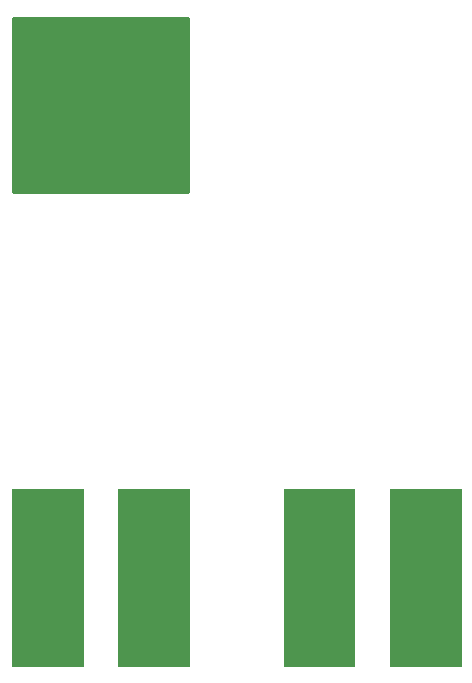
<source format=gbr>
%TF.GenerationSoftware,KiCad,Pcbnew,(5.1.9)-1*%
%TF.CreationDate,2021-08-08T09:56:34+02:00*%
%TF.ProjectId,PCB_Color_Palette,5043425f-436f-46c6-9f72-5f50616c6574,rev?*%
%TF.SameCoordinates,Original*%
%TF.FileFunction,Soldermask,Top*%
%TF.FilePolarity,Negative*%
%FSLAX46Y46*%
G04 Gerber Fmt 4.6, Leading zero omitted, Abs format (unit mm)*
G04 Created by KiCad (PCBNEW (5.1.9)-1) date 2021-08-08 09:56:34*
%MOMM*%
%LPD*%
G01*
G04 APERTURE LIST*
%ADD10C,0.100000*%
%ADD11C,0.254000*%
G04 APERTURE END LIST*
D10*
G36*
X146000000Y-137000000D02*
G01*
X140000000Y-137000000D01*
X140000000Y-122000000D01*
X146000000Y-122000000D01*
X146000000Y-137000000D01*
G37*
X146000000Y-137000000D02*
X140000000Y-137000000D01*
X140000000Y-122000000D01*
X146000000Y-122000000D01*
X146000000Y-137000000D01*
G36*
X137000000Y-137000000D02*
G01*
X131000000Y-137000000D01*
X131000000Y-122000000D01*
X137000000Y-122000000D01*
X137000000Y-137000000D01*
G37*
X137000000Y-137000000D02*
X131000000Y-137000000D01*
X131000000Y-122000000D01*
X137000000Y-122000000D01*
X137000000Y-137000000D01*
G36*
X123000000Y-137000000D02*
G01*
X117000000Y-137000000D01*
X117000000Y-122000000D01*
X123000000Y-122000000D01*
X123000000Y-137000000D01*
G37*
X123000000Y-137000000D02*
X117000000Y-137000000D01*
X117000000Y-122000000D01*
X123000000Y-122000000D01*
X123000000Y-137000000D01*
G36*
X114000000Y-137000000D02*
G01*
X108000000Y-137000000D01*
X108000000Y-122000000D01*
X114000000Y-122000000D01*
X114000000Y-137000000D01*
G37*
X114000000Y-137000000D02*
X108000000Y-137000000D01*
X108000000Y-122000000D01*
X114000000Y-122000000D01*
X114000000Y-137000000D01*
D11*
X122873000Y-96873000D02*
X108127000Y-96873000D01*
X108127000Y-82127000D01*
X122873000Y-82127000D01*
X122873000Y-96873000D01*
D10*
G36*
X122873000Y-96873000D02*
G01*
X108127000Y-96873000D01*
X108127000Y-82127000D01*
X122873000Y-82127000D01*
X122873000Y-96873000D01*
G37*
M02*

</source>
